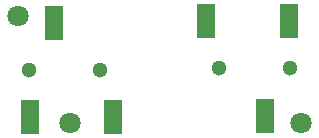
<source format=gts>
G04 #@! TF.GenerationSoftware,KiCad,Pcbnew,(6.0.2)*
G04 #@! TF.CreationDate,2022-09-05T01:34:10-04:00*
G04 #@! TF.ProjectId,midi-trs-a-b-conveter,6d696469-2d74-4727-932d-612d622d636f,rev?*
G04 #@! TF.SameCoordinates,PX7c5bf00PY5fb3830*
G04 #@! TF.FileFunction,Soldermask,Top*
G04 #@! TF.FilePolarity,Negative*
%FSLAX46Y46*%
G04 Gerber Fmt 4.6, Leading zero omitted, Abs format (unit mm)*
G04 Created by KiCad (PCBNEW (6.0.2)) date 2022-09-05 01:34:10*
%MOMM*%
%LPD*%
G01*
G04 APERTURE LIST*
%ADD10C,1.300000*%
%ADD11R,1.500000X3.000000*%
%ADD12C,1.800000*%
G04 APERTURE END LIST*
D10*
G04 #@! TO.C,U1*
X25550000Y6550000D03*
X19550000Y6550000D03*
D11*
X25450000Y10550000D03*
X18450000Y10550000D03*
X23450000Y2550000D03*
G04 #@! TD*
D10*
G04 #@! TO.C,U2*
X3450000Y6430000D03*
X9450000Y6430000D03*
D11*
X3550000Y2430000D03*
X10550000Y2430000D03*
X5550000Y10430000D03*
G04 #@! TD*
D12*
G04 #@! TO.C,*
X6950000Y1900000D03*
G04 #@! TD*
G04 #@! TO.C,*
X26450000Y1900000D03*
G04 #@! TD*
G04 #@! TO.C,REF\u002A\u002A*
X2550000Y11000000D03*
G04 #@! TD*
M02*

</source>
